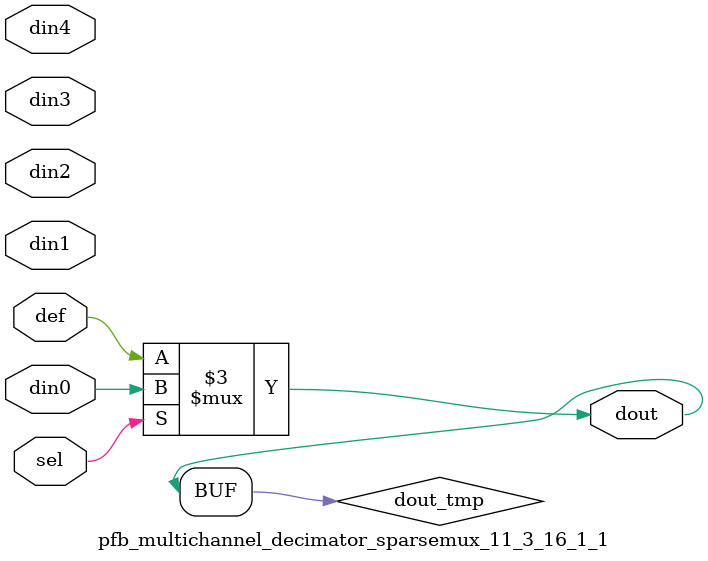
<source format=v>
`timescale 1ns / 1ps

module pfb_multichannel_decimator_sparsemux_11_3_16_1_1 (din0,din1,din2,din3,din4,def,sel,dout);

parameter din0_WIDTH = 1;

parameter din1_WIDTH = 1;

parameter din2_WIDTH = 1;

parameter din3_WIDTH = 1;

parameter din4_WIDTH = 1;

parameter def_WIDTH = 1;
parameter sel_WIDTH = 1;
parameter dout_WIDTH = 1;

parameter [sel_WIDTH-1:0] CASE0 = 1;

parameter [sel_WIDTH-1:0] CASE1 = 1;

parameter [sel_WIDTH-1:0] CASE2 = 1;

parameter [sel_WIDTH-1:0] CASE3 = 1;

parameter [sel_WIDTH-1:0] CASE4 = 1;

parameter ID = 1;
parameter NUM_STAGE = 1;



input [din0_WIDTH-1:0] din0;

input [din1_WIDTH-1:0] din1;

input [din2_WIDTH-1:0] din2;

input [din3_WIDTH-1:0] din3;

input [din4_WIDTH-1:0] din4;

input [def_WIDTH-1:0] def;
input [sel_WIDTH-1:0] sel;

output [dout_WIDTH-1:0] dout;



reg [dout_WIDTH-1:0] dout_tmp;

always @ (*) begin
case (sel)
    
    CASE0 : dout_tmp = din0;
    
    CASE1 : dout_tmp = din1;
    
    CASE2 : dout_tmp = din2;
    
    CASE3 : dout_tmp = din3;
    
    CASE4 : dout_tmp = din4;
    
    default : dout_tmp = def;
endcase
end


assign dout = dout_tmp;



endmodule

</source>
